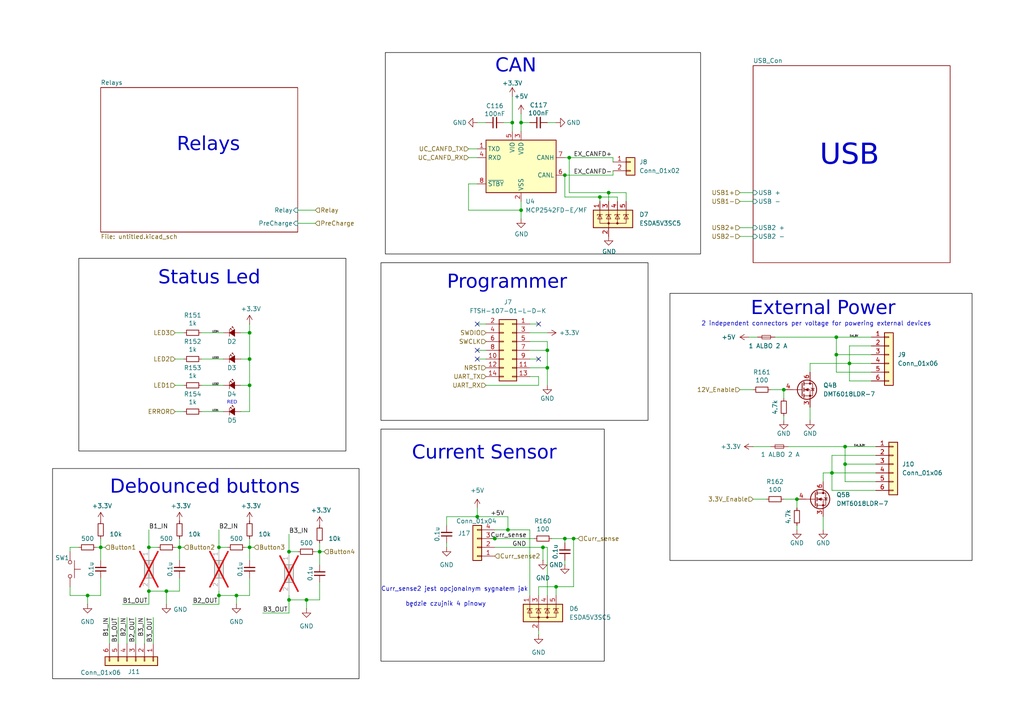
<source format=kicad_sch>
(kicad_sch (version 20231120) (generator "eeschema") (generator_version "8.0")
  (paper "A4")
  (junction (at 242.57 97.79))
  (junction (at 157.48 158.75))
  (junction (at 151.13 35.56))
  (junction (at 158.75 101.6))
  (junction (at 72.39 158.75))
  (junction (at 245.11 129.54))
  (junction (at 158.75 106.68))
  (junction (at 163.83 156.21))
  (junction (at 43.18 171.45))
  (junction (at 176.53 55.88))
  (junction (at 68.58 172.72))
  (junction (at 227.33 113.03))
  (junction (at 241.3 137.16))
  (junction (at 72.39 111.76))
  (junction (at 143.51 156.21))
  (junction (at 163.83 50.8))
  (junction (at 88.9 173.99))
  (junction (at 43.18 158.75))
  (junction (at 72.39 96.52))
  (junction (at 148.59 35.56))
  (junction (at 173.99 57.15))
  (junction (at 63.5 172.72))
  (junction (at 151.13 60.96))
  (junction (at 83.82 173.99))
  (junction (at 231.14 144.78))
  (junction (at 83.82 160.02))
  (junction (at 63.5 158.75))
  (junction (at 72.39 104.14))
  (junction (at 147.32 153.67))
  (junction (at 92.71 160.02))
  (junction (at 29.21 158.75))
  (junction (at 242.57 102.87))
  (junction (at 161.29 170.18))
  (junction (at 48.26 171.45))
  (junction (at 138.43 149.86))
  (junction (at 166.37 156.21))
  (junction (at 52.07 158.75))
  (junction (at 245.11 134.62))
  (junction (at 25.4 172.72))
  (junction (at 246.38 105.41))
  (junction (at 165.1 45.72))
  (no_connect (at 138.43 104.14))
  (no_connect (at 138.43 93.98))
  (no_connect (at 138.43 101.6))
  (no_connect (at 156.21 93.98))
  (no_connect (at 156.21 104.14))
  (wire (pts (xy 138.43 35.56) (xy 140.97 35.56)))
  (wire (pts (xy 72.39 167.64) (xy 72.39 172.72)))
  (wire (pts (xy 50.8 104.14) (xy 53.34 104.14)))
  (wire (pts (xy 91.44 160.02) (xy 92.71 160.02)))
  (wire (pts (xy 218.44 144.78) (xy 222.25 144.78)))
  (wire (pts (xy 166.37 170.18) (xy 166.37 156.21)))
  (wire (pts (xy 151.13 58.42) (xy 151.13 60.96)))
  (wire (pts (xy 22.86 158.75) (xy 20.32 158.75)))
  (wire (pts (xy 158.75 96.52) (xy 153.67 96.52)))
  (wire (pts (xy 68.58 172.72) (xy 63.5 172.72)))
  (wire (pts (xy 143.51 153.67) (xy 147.32 153.67)))
  (wire (pts (xy 151.13 60.96) (xy 135.89 60.96)))
  (wire (pts (xy 246.38 105.41) (xy 252.73 105.41)))
  (wire (pts (xy 72.39 96.52) (xy 72.39 104.14)))
  (wire (pts (xy 163.83 57.15) (xy 163.83 50.8)))
  (wire (pts (xy 31.75 179.07) (xy 31.75 186.69)))
  (wire (pts (xy 71.12 158.75) (xy 72.39 158.75)))
  (wire (pts (xy 135.89 60.96) (xy 135.89 53.34)))
  (wire (pts (xy 135.89 53.34) (xy 138.43 53.34)))
  (wire (pts (xy 63.5 175.26) (xy 63.5 172.72)))
  (wire (pts (xy 245.11 139.7) (xy 254 139.7)))
  (wire (pts (xy 153.67 35.56) (xy 151.13 35.56)))
  (wire (pts (xy 157.48 162.56) (xy 157.48 158.75)))
  (wire (pts (xy 86.36 64.77) (xy 91.44 64.77)))
  (wire (pts (xy 151.13 35.56) (xy 151.13 38.1)))
  (wire (pts (xy 181.61 55.88) (xy 176.53 55.88)))
  (wire (pts (xy 153.67 153.67) (xy 147.32 153.67)))
  (wire (pts (xy 156.21 182.88) (xy 156.21 184.15)))
  (wire (pts (xy 148.59 27.94) (xy 148.59 35.56)))
  (wire (pts (xy 153.67 172.72) (xy 153.67 153.67)))
  (wire (pts (xy 228.6 129.54) (xy 245.11 129.54)))
  (wire (pts (xy 227.33 121.92) (xy 227.33 120.65)))
  (wire (pts (xy 234.95 118.11) (xy 234.95 121.92)))
  (wire (pts (xy 64.77 119.38) (xy 58.42 119.38)))
  (wire (pts (xy 25.4 172.72) (xy 20.32 172.72)))
  (wire (pts (xy 73.66 158.75) (xy 72.39 158.75)))
  (wire (pts (xy 29.21 156.21) (xy 29.21 158.75)))
  (wire (pts (xy 48.26 171.45) (xy 43.18 171.45)))
  (wire (pts (xy 92.71 157.48) (xy 92.71 160.02)))
  (wire (pts (xy 29.21 158.75) (xy 29.21 162.56)))
  (wire (pts (xy 53.34 158.75) (xy 52.07 158.75)))
  (wire (pts (xy 245.11 129.54) (xy 254 129.54)))
  (wire (pts (xy 20.32 172.72) (xy 20.32 170.18)))
  (wire (pts (xy 245.11 134.62) (xy 254 134.62)))
  (wire (pts (xy 242.57 102.87) (xy 252.73 102.87)))
  (wire (pts (xy 241.3 137.16) (xy 241.3 142.24)))
  (wire (pts (xy 92.71 168.91) (xy 92.71 173.99)))
  (wire (pts (xy 161.29 170.18) (xy 166.37 170.18)))
  (wire (pts (xy 140.97 101.6) (xy 138.43 101.6)))
  (wire (pts (xy 43.18 175.26) (xy 43.18 171.45)))
  (wire (pts (xy 140.97 93.98) (xy 138.43 93.98)))
  (wire (pts (xy 163.83 162.56) (xy 163.83 163.83)))
  (wire (pts (xy 43.18 158.75) (xy 45.72 158.75)))
  (wire (pts (xy 238.76 149.86) (xy 238.76 153.67)))
  (wire (pts (xy 176.53 58.42) (xy 176.53 55.88)))
  (wire (pts (xy 83.82 154.94) (xy 83.82 160.02)))
  (wire (pts (xy 177.8 49.53) (xy 177.8 50.8)))
  (wire (pts (xy 158.75 172.72) (xy 158.75 158.75)))
  (wire (pts (xy 231.14 153.67) (xy 231.14 152.4)))
  (wire (pts (xy 223.52 113.03) (xy 227.33 113.03)))
  (wire (pts (xy 242.57 97.79) (xy 242.57 102.87)))
  (wire (pts (xy 234.95 105.41) (xy 234.95 107.95)))
  (wire (pts (xy 20.32 158.75) (xy 20.32 160.02)))
  (wire (pts (xy 156.21 111.76) (xy 156.21 109.22)))
  (wire (pts (xy 50.8 158.75) (xy 52.07 158.75)))
  (wire (pts (xy 64.77 111.76) (xy 58.42 111.76)))
  (wire (pts (xy 135.89 45.72) (xy 138.43 45.72)))
  (wire (pts (xy 138.43 43.18) (xy 135.89 43.18)))
  (wire (pts (xy 92.71 173.99) (xy 88.9 173.99)))
  (wire (pts (xy 50.8 119.38) (xy 53.34 119.38)))
  (wire (pts (xy 146.05 35.56) (xy 148.59 35.56)))
  (wire (pts (xy 129.54 157.48) (xy 129.54 158.75)))
  (wire (pts (xy 147.32 149.86) (xy 138.43 149.86)))
  (wire (pts (xy 52.07 158.75) (xy 52.07 162.56)))
  (wire (pts (xy 153.67 101.6) (xy 158.75 101.6)))
  (wire (pts (xy 69.85 111.76) (xy 72.39 111.76)))
  (wire (pts (xy 29.21 167.64) (xy 29.21 172.72)))
  (wire (pts (xy 142.24 156.21) (xy 143.51 156.21)))
  (wire (pts (xy 138.43 147.32) (xy 138.43 149.86)))
  (wire (pts (xy 50.8 96.52) (xy 53.34 96.52)))
  (wire (pts (xy 214.63 113.03) (xy 218.44 113.03)))
  (wire (pts (xy 177.8 45.72) (xy 177.8 46.99)))
  (wire (pts (xy 181.61 58.42) (xy 181.61 55.88)))
  (wire (pts (xy 143.51 156.21) (xy 154.94 156.21)))
  (wire (pts (xy 30.48 158.75) (xy 29.21 158.75)))
  (wire (pts (xy 151.13 33.02) (xy 151.13 35.56)))
  (wire (pts (xy 129.54 149.86) (xy 129.54 152.4)))
  (wire (pts (xy 173.99 58.42) (xy 173.99 57.15)))
  (wire (pts (xy 156.21 104.14) (xy 153.67 104.14)))
  (wire (pts (xy 34.29 179.07) (xy 34.29 186.69)))
  (wire (pts (xy 63.5 153.67) (xy 63.5 158.75)))
  (wire (pts (xy 147.32 153.67) (xy 147.32 149.86)))
  (wire (pts (xy 140.97 104.14) (xy 138.43 104.14)))
  (wire (pts (xy 246.38 100.33) (xy 246.38 105.41)))
  (wire (pts (xy 254 142.24) (xy 241.3 142.24)))
  (wire (pts (xy 218.44 129.54) (xy 223.52 129.54)))
  (wire (pts (xy 140.97 111.76) (xy 156.21 111.76)))
  (wire (pts (xy 158.75 35.56) (xy 161.29 35.56)))
  (wire (pts (xy 72.39 104.14) (xy 72.39 111.76)))
  (wire (pts (xy 143.51 158.75) (xy 157.48 158.75)))
  (wire (pts (xy 241.3 132.08) (xy 241.3 137.16)))
  (wire (pts (xy 158.75 99.06) (xy 158.75 101.6)))
  (wire (pts (xy 161.29 172.72) (xy 161.29 170.18)))
  (wire (pts (xy 68.58 175.26) (xy 68.58 172.72)))
  (wire (pts (xy 163.83 45.72) (xy 165.1 45.72)))
  (wire (pts (xy 93.98 160.02) (xy 92.71 160.02)))
  (wire (pts (xy 156.21 170.18) (xy 161.29 170.18)))
  (wire (pts (xy 158.75 106.68) (xy 158.75 111.76)))
  (wire (pts (xy 27.94 158.75) (xy 29.21 158.75)))
  (wire (pts (xy 214.63 68.58) (xy 218.44 68.58)))
  (wire (pts (xy 69.85 96.52) (xy 72.39 96.52)))
  (wire (pts (xy 76.2 177.8) (xy 83.82 177.8)))
  (wire (pts (xy 246.38 100.33) (xy 252.73 100.33)))
  (wire (pts (xy 245.11 134.62) (xy 245.11 129.54)))
  (wire (pts (xy 66.04 158.75) (xy 63.5 158.75)))
  (wire (pts (xy 72.39 111.76) (xy 72.39 119.38)))
  (wire (pts (xy 92.71 160.02) (xy 92.71 163.83)))
  (wire (pts (xy 55.88 175.26) (xy 63.5 175.26)))
  (wire (pts (xy 163.83 50.8) (xy 177.8 50.8)))
  (wire (pts (xy 231.14 144.78) (xy 231.14 147.32)))
  (wire (pts (xy 227.33 144.78) (xy 231.14 144.78)))
  (wire (pts (xy 246.38 110.49) (xy 246.38 105.41)))
  (wire (pts (xy 83.82 177.8) (xy 83.82 173.99)))
  (wire (pts (xy 88.9 176.53) (xy 88.9 173.99)))
  (wire (pts (xy 241.3 137.16) (xy 254 137.16)))
  (wire (pts (xy 163.83 156.21) (xy 166.37 156.21)))
  (wire (pts (xy 52.07 167.64) (xy 52.07 171.45)))
  (wire (pts (xy 179.07 57.15) (xy 173.99 57.15)))
  (wire (pts (xy 242.57 107.95) (xy 242.57 102.87)))
  (wire (pts (xy 50.8 111.76) (xy 53.34 111.76)))
  (wire (pts (xy 217.17 97.79) (xy 219.71 97.79)))
  (wire (pts (xy 241.3 137.16) (xy 238.76 137.16)))
  (wire (pts (xy 69.85 119.38) (xy 72.39 119.38)))
  (wire (pts (xy 227.33 113.03) (xy 227.33 115.57)))
  (wire (pts (xy 153.67 106.68) (xy 158.75 106.68)))
  (wire (pts (xy 36.83 179.07) (xy 36.83 186.69)))
  (wire (pts (xy 72.39 172.72) (xy 68.58 172.72)))
  (wire (pts (xy 72.39 156.21) (xy 72.39 158.75)))
  (wire (pts (xy 214.63 58.42) (xy 218.44 58.42)))
  (wire (pts (xy 86.36 60.96) (xy 91.44 60.96)))
  (wire (pts (xy 245.11 134.62) (xy 245.11 139.7)))
  (wire (pts (xy 163.83 156.21) (xy 160.02 156.21)))
  (wire (pts (xy 63.5 171.45) (xy 63.5 172.72)))
  (wire (pts (xy 242.57 97.79) (xy 252.73 97.79)))
  (wire (pts (xy 165.1 45.72) (xy 177.8 45.72)))
  (wire (pts (xy 25.4 175.26) (xy 25.4 172.72)))
  (wire (pts (xy 165.1 55.88) (xy 165.1 45.72)))
  (wire (pts (xy 72.39 158.75) (xy 72.39 162.56)))
  (wire (pts (xy 176.53 55.88) (xy 165.1 55.88)))
  (wire (pts (xy 83.82 172.72) (xy 83.82 173.99)))
  (wire (pts (xy 39.37 179.07) (xy 39.37 186.69)))
  (wire (pts (xy 241.3 132.08) (xy 254 132.08)))
  (wire (pts (xy 156.21 170.18) (xy 156.21 172.72)))
  (wire (pts (xy 238.76 137.16) (xy 238.76 139.7)))
  (wire (pts (xy 52.07 171.45) (xy 48.26 171.45)))
  (wire (pts (xy 72.39 93.98) (xy 72.39 96.52)))
  (wire (pts (xy 29.21 172.72) (xy 25.4 172.72)))
  (wire (pts (xy 35.56 175.26) (xy 43.18 175.26)))
  (wire (pts (xy 43.18 153.67) (xy 43.18 158.75)))
  (wire (pts (xy 158.75 101.6) (xy 158.75 106.68)))
  (wire (pts (xy 173.99 57.15) (xy 163.83 57.15)))
  (wire (pts (xy 246.38 105.41) (xy 234.95 105.41)))
  (wire (pts (xy 151.13 60.96) (xy 151.13 63.5)))
  (wire (pts (xy 153.67 99.06) (xy 158.75 99.06)))
  (wire (pts (xy 129.54 149.86) (xy 138.43 149.86)))
  (wire (pts (xy 252.73 107.95) (xy 242.57 107.95)))
  (wire (pts (xy 252.73 110.49) (xy 246.38 110.49)))
  (wire (pts (xy 41.91 179.07) (xy 41.91 186.69)))
  (wire (pts (xy 86.36 160.02) (xy 83.82 160.02)))
  (wire (pts (xy 58.42 96.52) (xy 64.77 96.52)))
  (wire (pts (xy 163.83 157.48) (xy 163.83 156.21)))
  (wire (pts (xy 179.07 58.42) (xy 179.07 57.15)))
  (wire (pts (xy 52.07 156.21) (xy 52.07 158.75)))
  (wire (pts (xy 214.63 66.04) (xy 218.44 66.04)))
  (wire (pts (xy 44.45 179.07) (xy 44.45 186.69)))
  (wire (pts (xy 214.63 55.88) (xy 218.44 55.88)))
  (wire (pts (xy 48.26 171.45) (xy 48.26 175.26)))
  (wire (pts (xy 157.48 158.75) (xy 158.75 158.75)))
  (wire (pts (xy 69.85 104.14) (xy 72.39 104.14)))
  (wire (pts (xy 148.59 35.56) (xy 148.59 38.1)))
  (wire (pts (xy 156.21 93.98) (xy 153.67 93.98)))
  (wire (pts (xy 88.9 173.99) (xy 83.82 173.99)))
  (wire (pts (xy 156.21 109.22) (xy 153.67 109.22)))
  (wire (pts (xy 64.77 104.14) (xy 58.42 104.14)))
  (wire (pts (xy 224.79 97.79) (xy 242.57 97.79)))
  (wire (pts (xy 166.37 156.21) (xy 167.64 156.21)))
  (rectangle (start 110.49 76.2) (end 187.96 121.92) (stroke (width 0) (color 0 0 0 1)))
  (rectangle (start 111.76 15.24) (end 203.2 73.66) (stroke (width 0) (color 0 0 0 1)))
  (rectangle (start 194.31 85.09) (end 281.94 162.56) (stroke (width 0) (color 0 0 0 1)))
  (rectangle (start 15.24 135.89) (end 104.14 196.85) (stroke (width 0) (color 0 0 0 1)))
  (rectangle (start 110.49 124.46) (end 175.26 191.77) (stroke (width 0) (color 0 0 0 1)))
  (rectangle (start 22.86 74.93) (end 100.33 130.81) (stroke (width 0) (color 0 0 0 1)))
  (text "USB\n\n" (at 246.38 51.816 0) (effects (font (size 6 6))))
  (text "będzie czujnik 4 pinowy\n" (at 129.286 175.26 0) (effects (font (size 1.27 1.27))))
  (text "Curr_sense2 jest opcjonalnym sygnałem jak \n" (at 132.334 170.942 0) (effects (font (size 1.27 1.27))))
  (text "Relays\n\n" (at 60.452 46.482 0) (effects (font (size 4 4))))
  (text "2 independent connectors per voltage for powering external devices " (at 237.236 93.98 0) (effects (font (size 1.27 1.27))))
  (text "External Power\n" (at 238.76 90.678 0) (effects (font (size 4 4))))
  (text "Current Sensor\n" (at 140.462 132.588 0) (effects (font (size 4 4))))
  (text "Debounced buttons\n" (at 59.436 142.494 0) (effects (font (size 4 4))))
  (text "Status Led\n" (at 60.706 81.788 0) (effects (font (size 4 4))))
  (text "RED" (at 67.31 117.094 0) (effects (font (size 1 1))))
  (text "CAN\n" (at 149.606 20.32 0) (effects (font (size 4 4))))
  (text "Programmer\n" (at 147.066 83.058 0) (effects (font (size 4 4))))
  (label "B1_IN" (at 31.75 179.07 270))
  (label "LED4" (at 63.5 96.52 180) (effects (font (size 0.508 0.508))))
  (label "B1_IN" (at 43.18 153.67 0))
  (label "LED2" (at 63.5 111.76 180) (effects (font (size 0.508 0.508))))
  (label "B3_OUT" (at 44.45 179.07 270))
  (label "B2_OUT" (at 39.37 179.07 270))
  (label "B2_IN" (at 36.83 179.07 270))
  (label "B3_IN" (at 41.91 179.07 270))
  (label "Ext_5V" (at 246.38 97.79 0) (effects (font (size 0.5 0.5))))
  (label "B1_OUT" (at 34.29 179.07 270))
  (label "B3_OUT" (at 76.2 177.8 0))
  (label "Curr_sense" (at 142.24 156.21 0))
  (label "+5V" (at 142.24 149.86 0))
  (label "EX_CANFD+" (at 166.37 45.72 0))
  (label "Ext_3.3V" (at 247.65 129.54 0) (effects (font (size 0.5 0.5))))
  (label "B1_OUT" (at 35.56 175.26 0))
  (label "GND" (at 148.59 158.75 0))
  (label "B2_IN" (at 63.5 153.67 0))
  (label "EX_CANFD-" (at 166.37 50.8 0))
  (label "LED3" (at 63.5 104.14 180) (effects (font (size 0.508 0.508))))
  (label "LED1" (at 63.5 119.38 180) (effects (font (size 0.508 0.508))))
  (label "B2_OUT" (at 55.88 175.26 0))
  (label "B3_IN" (at 83.82 154.94 0))
  (hierarchical_label "Button1" (shape input) (at 30.48 158.75 0))
  (hierarchical_label "UART_RX" (shape input) (at 140.97 111.76 180))
  (hierarchical_label "Button3" (shape input) (at 73.66 158.75 0))
  (hierarchical_label "LED1" (shape input) (at 50.8 111.76 180))
  (hierarchical_label "LED2" (shape input) (at 50.8 104.14 180))
  (hierarchical_label "SWDIO" (shape input) (at 140.97 96.52 180))
  (hierarchical_label "SWCLK" (shape input) (at 140.97 99.06 180))
  (hierarchical_label "USB1-" (shape input) (at 214.63 58.42 180))
  (hierarchical_label "PreCharge" (shape input) (at 91.44 64.77 0))
  (hierarchical_label "12V_Enable" (shape input) (at 214.63 113.03 180))
  (hierarchical_label "UC_CANFD_RX" (shape input) (at 135.89 45.72 180))
  (hierarchical_label "UC_CANFD_TX" (shape input) (at 135.89 43.18 180))
  (hierarchical_label "Button2" (shape input) (at 53.34 158.75 0))
  (hierarchical_label "USB2-" (shape input) (at 214.63 68.58 180))
  (hierarchical_label "ERROR" (shape input) (at 50.8 119.38 180))
  (hierarchical_label "Relay" (shape input) (at 91.44 60.96 0))
  (hierarchical_label "NRST" (shape input) (at 140.97 106.68 180))
  (hierarchical_label "Curr_sense2" (shape input) (at 143.51 161.29 0))
  (hierarchical_label "Button4" (shape input) (at 93.98 160.02 0))
  (hierarchical_label "LED3" (shape input) (at 50.8 96.52 180))
  (hierarchical_label "USB2+" (shape input) (at 214.63 66.04 180))
  (hierarchical_label "3.3V_Enable" (shape input) (at 218.44 144.78 180))
  (hierarchical_label "UART_TX" (shape input) (at 140.97 109.22 180))
  (hierarchical_label "Curr_sense" (shape input) (at 167.64 156.21 0))
  (hierarchical_label "USB1+" (shape input) (at 214.63 55.88 180))
  (symbol (lib_name "GND_7") (lib_id "power:GND") (at 151.13 63.5 0) (unit 1)
    (property "Reference" "#PWR0112" (effects (hide yes)))
    (property "Value" "GND" (at 151.257 67.8942 0))
  )
  (symbol (lib_id "power:GND") (at 157.48 162.56 0) (unit 1)
    (property "Reference" "#PWR0109" (effects (hide yes)))
    (property "Value" "GND" (at 157.48 167.64 0))
    (property "Description" "Power symbol creates a global label with name \"GND\" , ground" (effects (hide yes)))
  )
  (symbol (lib_name "Conn_01x02_2") (lib_id "Connector_Generic:Conn_01x02") (at 83.82 165.1 0) (unit 1) (exclude_from_sim yes) (in_bom no) (on_board no) (dnp yes)
    (property "Reference" "J4" (effects (hide yes)))
    (property "Value" "Conn_01x02" (effects (hide yes)))
    (property "Description" "Generic connector, single row, 01x02, script generated (kicad-library-utils/schlib/autogen/connector/)" (effects (hide yes)))
  )
  (symbol (lib_id "Device:R_Small") (at 55.88 104.14 90) (mirror x) (unit 1)
    (property "Reference" "R152" (at 55.88 99.06 90))
    (property "Value" "1k" (at 55.88 101.3714 90))
    (property "Footprint" "Resistor_SMD:R_0603_1608Metric" (effects (hide yes)))
    (property "Datasheet" "https://www.mouser.pl/ProductDetail/Vishay-Dale/CRCW06031K00FKED?qs=sGAEpiMZZMvdGkrng054twKDKoBh%252BscnXZq73fPCFFuOJhiFMQpfiQ%3D%3D" (effects (hide yes)))
    (property "Manufacturer_Name" "--" (effects (hide yes)))
    (property "Manufacturer_Part_Number" "--" (effects (hide yes)))
    (property "Mouser Part Number" "--" (effects (hide yes)))
  )
  (symbol (lib_id "Device:C_Small") (at 143.51 35.56 90) (unit 1)
    (property "Reference" "C116" (at 143.51 30.7086 90))
    (property "Value" "100nF" (at 143.51 33.02 90))
    (property "Footprint" "Capacitor_SMD:C_0603_1608Metric" (effects (hide yes)))
    (property "Manufacturer_Name" "--" (effects (hide yes)))
    (property "Manufacturer_Part_Number" "--" (effects (hide yes)))
    (property "Mouser Price/Stock" "https://www.mouser.pl/ProductDetail/KEMET/C0603C104J3RACTU?qs=EHsFn6hSx4W0Oy0I8JUofQ%3D%3D" (effects (hide yes)))
    (property "Mouser Part Number" "--" (effects (hide yes)))
  )
  (symbol (lib_id "Connector_Generic:Conn_01x04") (at 138.43 158.75 180) (unit 1)
    (property "Reference" "J17" (at 134.62 154.686 0))
    (property "Value" "Conn_01x04" (at 138.176 151.13 0))
    (property "Footprint" "footrpint:HARWIN_M80-5100442" (effects (hide yes)))
    (property "Description" "Generic connector, single row, 01x04, script generated (kicad-library-utils/schlib/autogen/connector/)" (effects (hide yes)))
  )
  (symbol (lib_id "Device:C_Small") (at 52.07 165.1 180) (unit 1)
    (property "Reference" "C111" (effects (hide yes)))
    (property "Value" "0.1u" (at 49.3014 165.1 90))
    (property "Footprint" "Capacitor_SMD:C_0603_1608Metric" (effects (hide yes)))
    (property "Datasheet" "https://www.mouser.pl/ProductDetail/TAIYO-YUDEN/MAJCU168BB7104KTEA01?qs=ZcfC38r4PovJ4zMRJqa98Q%3D%3D" (effects (hide yes)))
    (property "Manufacturer_Name" "--" (effects (hide yes)))
    (property "Manufacturer_Part_Number" "--" (effects (hide yes)))
    (property "Mouser Price/Stock" "https://www.mouser.pl/ProductDetail/KEMET/C0603C104J3RACTU?qs=EHsFn6hSx4W0Oy0I8JUofQ%3D%3D" (effects (hide yes)))
    (property "Mouser Part Number" "--" (effects (hide yes)))
  )
  (symbol (lib_id "Device:LED_Small_ALT") (at 67.31 96.52 0) (unit 1)
    (property "Reference" "D2" (at 68.58 99.06 0) (effects (justify right)))
    (property "Value" "LED" (effects (hide yes)))
    (property "Footprint" "LED_SMD:LED_0603_1608Metric" (effects (hide yes)))
    (property "Datasheet" "https://www.mouser.pl/ProductDetail/Broadcom-Avago/HSME-C130?qs=n4g2KH%252BlcmRcXdPfdNwETQ%3D%3D" (effects (hide yes)))
    (property "Manufacturer_Name" "--" (effects (hide yes)))
    (property "Manufacturer_Part_Number" "--" (effects (hide yes)))
    (property "Mouser Part Number" "--" (effects (hide yes)))
  )
  (symbol (lib_id "Device:C_Small") (at 163.83 160.02 180) (unit 1)
    (property "Reference" "C118" (effects (hide yes)))
    (property "Value" "0.1u" (at 161.0614 160.02 90))
    (property "Footprint" "Capacitor_SMD:C_0603_1608Metric" (effects (hide yes)))
    (property "Datasheet" "https://www.mouser.pl/ProductDetail/TAIYO-YUDEN/MAJCU168BB7104KTEA01?qs=ZcfC38r4PovJ4zMRJqa98Q%3D%3D" (effects (hide yes)))
    (property "Manufacturer_Name" "--" (effects (hide yes)))
    (property "Manufacturer_Part_Number" "--" (effects (hide yes)))
    (property "Mouser Price/Stock" "https://www.mouser.pl/ProductDetail/KEMET/C0603C104J3RACTU?qs=EHsFn6hSx4W0Oy0I8JUofQ%3D%3D" (effects (hide yes)))
    (property "Mouser Part Number" "--" (effects (hide yes)))
  )
  (symbol (lib_id "Device:R_Small") (at 48.26 158.75 90) (unit 1)
    (property "Reference" "R149" (effects (hide yes)))
    (property "Value" "500" (at 48.26 156.21 90))
    (property "Footprint" "Resistor_SMD:R_0603_1608Metric_Pad0.98x0.95mm_HandSolder" (effects (hide yes)))
    (property "Datasheet" "https://www.mouser.pl/ProductDetail/YAGEO/RT0603BRC07500RL?qs=sGAEpiMZZMvdGkrng054t7z4BkURc4Lz3BPkDqlmdkpoMEE6N%2FFiLA%3D%3D" (effects (hide yes)))
    (property "Description" "Resistor, small symbol" (effects (hide yes)))
  )
  (symbol (lib_id "power:GND") (at 163.83 163.83 0) (unit 1)
    (property "Reference" "#PWR0117" (effects (hide yes)))
    (property "Value" "GND" (at 161.29 163.83 0))
    (property "Description" "Power symbol creates a global label with name \"GND\" , ground" (effects (hide yes)))
  )
  (symbol (lib_id "Samacsys_kicad_sym:FTSH-107-01-L-D-K") (at 147.32 101.6 0) (mirror y) (unit 1)
    (property "Reference" "J7" (at 147.32 87.63 0))
    (property "Value" "FTSH-107-01-L-D-K" (at 147.32 90.17 0))
    (property "Footprint" "Samacsys:FTSH-107-XX-YYY-D-K" (effects (hide yes)))
    (property "Datasheet" "http://suddendocs.samtec.com/prints/ftsh-1xx-xx-xxx-d-xxx-xx-mkt.pdf" (effects (hide yes)))
    (property "Description" "14 Position, High Reliability Header Strips, 0.050&quot; pitch" (effects (hide yes)))
    (property "Mouser Part Number" "200-FTSH10701LDK" (effects (hide yes)))
    (property "Mouser Price/Stock" "https://www.mouser.co.uk/ProductDetail/Samtec/FTSH-107-01-L-D-K?qs=%252BZP6%2F%252BtExtDf9U3LcTl7MA%3D%3D" (effects (hide yes)))
    (property "Manufacturer_Name" "SAMTEC" (effects (hide yes)))
    (property "Manufacturer_Part_Number" "FTSH-107-01-L-D-K" (effects (hide yes)))
  )
  (symbol (lib_id "Device:C_Small") (at 72.39 165.1 180) (unit 1)
    (property "Reference" "C112" (effects (hide yes)))
    (property "Value" "0.1u" (at 69.6214 165.1 90))
    (property "Footprint" "Capacitor_SMD:C_0603_1608Metric" (effects (hide yes)))
    (property "Datasheet" "https://www.mouser.pl/ProductDetail/TAIYO-YUDEN/MAJCU168BB7104KTEA01?qs=ZcfC38r4PovJ4zMRJqa98Q%3D%3D" (effects (hide yes)))
    (property "Manufacturer_Name" "--" (effects (hide yes)))
    (property "Manufacturer_Part_Number" "--" (effects (hide yes)))
    (property "Mouser Price/Stock" "https://www.mouser.pl/ProductDetail/KEMET/C0603C104J3RACTU?qs=EHsFn6hSx4W0Oy0I8JUofQ%3D%3D" (effects (hide yes)))
    (property "Mouser Part Number" "--" (effects (hide yes)))
  )
  (symbol (lib_id "Device:C_Small") (at 129.54 154.94 180) (unit 1)
    (property "Reference" "C115" (effects (hide yes)))
    (property "Value" "0.1u" (at 126.7714 154.94 90))
    (property "Footprint" "Capacitor_SMD:C_0603_1608Metric" (effects (hide yes)))
    (property "Datasheet" "https://www.mouser.pl/ProductDetail/TAIYO-YUDEN/MAJCU168BB7104KTEA01?qs=ZcfC38r4PovJ4zMRJqa98Q%3D%3D" (effects (hide yes)))
    (property "Manufacturer_Name" "--" (effects (hide yes)))
    (property "Manufacturer_Part_Number" "--" (effects (hide yes)))
    (property "Mouser Price/Stock" "https://www.mouser.pl/ProductDetail/KEMET/C0603C104J3RACTU?qs=EHsFn6hSx4W0Oy0I8JUofQ%3D%3D" (effects (hide yes)))
    (property "Mouser Part Number" "--" (effects (hide yes)))
  )
  (symbol (lib_id "Device:C_Small") (at 29.21 165.1 180) (unit 1)
    (property "Reference" "C110" (effects (hide yes)))
    (property "Value" "0.1u" (at 26.4414 165.1 90))
    (property "Footprint" "Capacitor_SMD:C_0603_1608Metric" (effects (hide yes)))
    (property "Datasheet" "https://www.mouser.pl/ProductDetail/TAIYO-YUDEN/MAJCU168BB7104KTEA01?qs=ZcfC38r4PovJ4zMRJqa98Q%3D%3D" (effects (hide yes)))
    (property "Manufacturer_Name" "--" (effects (hide yes)))
    (property "Manufacturer_Part_Number" "--" (effects (hide yes)))
    (property "Mouser Price/Stock" "https://www.mouser.pl/ProductDetail/KEMET/C0603C104J3RACTU?qs=EHsFn6hSx4W0Oy0I8JUofQ%3D%3D" (effects (hide yes)))
    (property "Mouser Part Number" "--" (effects (hide yes)))
  )
  (symbol (lib_id "Device:R_Small") (at 29.21 153.67 0) (unit 1)
    (property "Reference" "R146" (effects (hide yes)))
    (property "Value" "10k" (at 31.75 154.9399 0) (effects (justify left)))
    (property "Footprint" "Resistor_SMD:R_0603_1608Metric_Pad0.98x0.95mm_HandSolder" (effects (hide yes)))
    (property "Datasheet" "https://www.mouser.pl/ProductDetail/Vishay-Dale/CRCW060310K0FKEI?qs=sGAEpiMZZMvdGkrng054t8tsKUCh5%2FbYoR58PzIQdJA%3D" (effects (hide yes)))
    (property "Description" "Resistor, small symbol" (effects (hide yes)))
  )
  (symbol (lib_id "Device:R_Small") (at 25.4 158.75 90) (unit 1)
    (property "Reference" "R145" (effects (hide yes)))
    (property "Value" "500" (at 25.4 156.21 90))
    (property "Footprint" "Resistor_SMD:R_0603_1608Metric_Pad0.98x0.95mm_HandSolder" (effects (hide yes)))
    (property "Datasheet" "https://www.mouser.pl/ProductDetail/YAGEO/RT0603BRC07500RL?qs=sGAEpiMZZMvdGkrng054t7z4BkURc4Lz3BPkDqlmdkpoMEE6N%2FFiLA%3D%3D" (effects (hide yes)))
    (property "Description" "Resistor, small symbol" (effects (hide yes)))
  )
  (symbol (lib_name "GND_28") (lib_id "power:GND") (at 234.95 121.92 0) (mirror y) (unit 1)
    (property "Reference" "#PWR0123" (effects (hide yes)))
    (property "Value" "GND" (at 234.95 125.73 0))
  )
  (symbol (lib_id "Device:R_Small") (at 92.71 154.94 0) (unit 1)
    (property "Reference" "R159" (effects (hide yes)))
    (property "Value" "10k" (at 95.25 156.2099 0) (effects (justify left)))
    (property "Footprint" "Resistor_SMD:R_0603_1608Metric_Pad0.98x0.95mm_HandSolder" (effects (hide yes)))
    (property "Datasheet" "https://www.mouser.pl/ProductDetail/Vishay-Dale/CRCW060310K0FKEI?qs=sGAEpiMZZMvdGkrng054t8tsKUCh5%2FbYoR58PzIQdJA%3D" (effects (hide yes)))
    (property "Description" "Resistor, small symbol" (effects (hide yes)))
  )
  (symbol (lib_id "Device:Fuse_Small") (at 222.25 97.79 0) (unit 1)
    (property "Reference" "F1" (effects (hide yes)))
    (property "Value" "1 ALBO 2 A" (at 222.758 100.33 0))
    (property "Footprint" "Resistor_SMD:R_0402_1005Metric_Pad0.72x0.64mm_HandSolder" (effects (hide yes)))
    (property "Datasheet" "https://www.mouser.pl/ProductDetail/Kamaya/FMC10202ABTH?qs=JZJGM%252BYuqVpFr7Ei0wCdbQ%3D%3D" (effects (hide yes)))
    (property "Description" "Fuse, small symbol" (effects (hide yes)))
  )
  (symbol (lib_name "GND_28") (lib_id "power:GND") (at 231.14 153.67 0) (mirror y) (unit 1)
    (property "Reference" "#PWR0122" (effects (hide yes)))
    (property "Value" "GND" (at 231.14 157.48 0))
  )
  (symbol (lib_name "+5V_1") (lib_id "power:+5V") (at 138.43 147.32 0) (unit 1)
    (property "Reference" "#PWR0108" (effects (hide yes)))
    (property "Value" "+5V" (at 138.43 142.24 0))
    (property "Description" "Power symbol creates a global label with name \"+5V\"" (effects (hide yes)))
  )
  (symbol (lib_id "Samacsys_kicad_sym:DMT6018LDR-7") (at 238.76 144.78 0) (unit 2)
    (property "Reference" "Q5" (at 242.57 143.5099 0) (effects (justify left)))
    (property "Value" "DMT6018LDR-7" (at 242.57 146.0499 0) (effects (justify left)))
    (property "Footprint" "Samacsys:DMT6018LDR7" (effects (hide yes)))
    (property "Datasheet" "https://www.diodes.com/assets/Datasheets/DMT6018LDR.pdf" (effects (hide yes)))
    (property "Description" "DIODES INC. - DMT6018LDR-7 - Dual MOSFET, N Channel, 60 V, 60 V, 8.8 A, 8.8 A, 0.013 ohm" (effects (hide yes)))
    (property "Height" "0.85" (effects (hide yes)))
    (property "Mouser Part Number" "621-DMT6018LDR-7" (effects (hide yes)))
    (property "Mouser Price/Stock" "https://www.mouser.co.uk/ProductDetail/Diodes-Incorporated/DMT6018LDR-7?qs=4EhzHfbM1GhfDx1FS0oSLQ%3D%3D" (effects (hide yes)))
    (property "Manufacturer_Name" "Diodes Incorporated" (effects (hide yes)))
    (property "Manufacturer_Part_Number" "DMT6018LDR-7" (effects (hide yes)))
  )
  (symbol (lib_name "Conn_01x02_2") (lib_id "Connector_Generic:Conn_01x02") (at 63.5 163.83 0) (unit 1) (exclude_from_sim yes) (in_bom no) (on_board no) (dnp yes)
    (property "Reference" "J3" (effects (hide yes)))
    (property "Value" "Conn_01x02" (effects (hide yes)))
    (property "Description" "Generic connector, single row, 01x02, script generated (kicad-library-utils/schlib/autogen/connector/)" (effects (hide yes)))
  )
  (symbol (lib_id "power:+3.3V") (at 148.59 27.94 0) (unit 1)
    (property "Reference" "#PWR0110" (effects (hide yes)))
    (property "Value" "+3.3V" (at 148.59 24.13 0))
  )
  (symbol (lib_id "power:+3.3V") (at 29.21 151.13 0) (unit 1)
    (property "Reference" "#PWR095" (effects (hide yes)))
    (property "Value" "+3.3V" (at 29.591 146.7358 0))
  )
  (symbol (lib_id "Device:C_Small") (at 156.21 35.56 90) (unit 1)
    (property "Reference" "C117" (at 156.21 30.48 90))
    (property "Value" "100nF" (at 156.21 32.7914 90))
    (property "Footprint" "Capacitor_SMD:C_0603_1608Metric" (effects (hide yes)))
    (property "Manufacturer_Name" "--" (effects (hide yes)))
    (property "Manufacturer_Part_Number" "--" (effects (hide yes)))
    (property "Mouser Price/Stock" "https://www.mouser.pl/ProductDetail/KEMET/C0603C104J3RACTU?qs=EHsFn6hSx4W0Oy0I8JUofQ%3D%3D" (effects (hide yes)))
    (property "Mouser Part Number" "--" (effects (hide yes)))
  )
  (symbol (lib_id "power:+3.3V") (at 218.44 129.54 90) (unit 1)
    (property "Reference" "#PWR0120" (effects (hide yes)))
    (property "Value" "+3.3V" (at 214.884 129.54 90) (effects (justify left)))
    (property "Description" "Power symbol creates a global label with name \"+3.3V\"" (effects (hide yes)))
  )
  (symbol (lib_id "power:GND") (at 129.54 158.75 0) (unit 1)
    (property "Reference" "#PWR0106" (effects (hide yes)))
    (property "Value" "GND" (at 129.54 163.83 0))
    (property "Description" "Power symbol creates a global label with name \"GND\" , ground" (effects (hide yes)))
  )
  (symbol (lib_id "Device:R_Small") (at 55.88 119.38 90) (mirror x) (unit 1)
    (property "Reference" "R154" (at 55.88 114.3 90))
    (property "Value" "1k" (at 55.88 116.6114 90))
    (property "Footprint" "Resistor_SMD:R_0603_1608Metric" (effects (hide yes)))
    (property "Manufacturer_Name" "--" (effects (hide yes)))
    (property "Manufacturer_Part_Number" "--" (effects (hide yes)))
    (property "Mouser Part Number" "--" (effects (hide yes)))
  )
  (symbol (lib_id "Device:LED_Small_ALT") (at 67.31 119.38 0) (unit 1)
    (property "Reference" "D5" (at 67.31 121.92 0))
    (property "Value" "LED" (effects (hide yes)))
    (property "Footprint" "LED_SMD:LED_0603_1608Metric" (effects (hide yes)))
    (property "Datasheet" "https://www.mouser.pl/ProductDetail/ams-OSRAM/KY-EELP41.22-Q2T1-36-A8J8-020-R18?qs=sGAEpiMZZMusoohG2hS%252B1%2F8Ds1DTNiHJ58yKeWLbK4z5i1UtjcWKYQ%3D%3D" (effects (hide yes)))
    (property "Manufacturer_Name" "--" (effects (hide yes)))
    (property "Manufacturer_Part_Number" "--" (effects (hide yes)))
    (property "Mouser Part Number" "--" (effects (hide yes)))
  )
  (symbol (lib_id "Device:R_Small") (at 231.14 149.86 0) (mirror x) (unit 1)
    (property "Reference" "R164" (effects (hide yes)))
    (property "Value" "4.7k" (at 228.6 149.86 90))
    (property "Footprint" "Resistor_SMD:R_0603_1608Metric" (effects (hide yes)))
    (property "Manufacturer_Name" "--" (effects (hide yes)))
    (property "Manufacturer_Part_Number" "--" (effects (hide yes)))
    (property "Mouser Part Number" "71-CRCW060333R0FKEC" (effects (hide yes)))
  )
  (symbol (lib_name "GND_5") (lib_id "power:GND") (at 161.29 35.56 90) (unit 1)
    (property "Reference" "#PWR0116" (effects (hide yes)))
    (property "Value" "GND" (at 166.37 35.56 90))
  )
  (symbol (lib_id "Device:R_Small") (at 88.9 160.02 90) (unit 1)
    (property "Reference" "R158" (effects (hide yes)))
    (property "Value" "500" (at 88.9 157.48 90))
    (property "Footprint" "Resistor_SMD:R_0603_1608Metric_Pad0.98x0.95mm_HandSolder" (effects (hide yes)))
    (property "Datasheet" "https://www.mouser.pl/ProductDetail/YAGEO/RT0603BRC07500RL?qs=sGAEpiMZZMvdGkrng054t7z4BkURc4Lz3BPkDqlmdkpoMEE6N%2FFiLA%3D%3D" (effects (hide yes)))
    (property "Description" "Resistor, small symbol" (effects (hide yes)))
  )
  (symbol (lib_id "Power_Protection:ESDA5V3SC5") (at 176.53 63.5 0) (unit 1)
    (property "Reference" "D7" (at 185.42 62.2299 0) (effects (justify left)))
    (property "Value" "ESDA5V3SC5" (at 185.42 64.7699 0) (effects (justify left)))
    (property "Footprint" "Package_TO_SOT_SMD:SOT-23-5" (effects (hide yes)))
    (property "Datasheet" "https://www.st.com/resource/en/datasheet/esda5v3sc6.pdf" (effects (hide yes)))
    (property "Description" "Quad TVS Diode Array, 5.3V Standoff, 4 Channels, 400W, ±30kV, SOT-23-5" (effects (hide yes)))
  )
  (symbol (lib_id "Connector_Generic:Conn_01x02") (at 182.88 46.99 0) (unit 1)
    (property "Reference" "J8" (at 185.42 46.9899 0) (effects (justify left)))
    (property "Value" "Conn_01x02" (at 185.42 49.5299 0) (effects (justify left)))
    (property "Footprint" "footrpint:HARWIN_M55-3100242R" (effects (hide yes)))
    (property "Datasheet" "https://www.harwin.com/products/M55-3100242R" (effects (hide yes)))
    (property "Description" "Generic connector, single row, 01x02, script generated (kicad-library-utils/schlib/autogen/connector/)" (effects (hide yes)))
  )
  (symbol (lib_id "power:+3.3V") (at 52.07 151.13 0) (unit 1)
    (property "Reference" "#PWR098" (effects (hide yes)))
    (property "Value" "+3.3V" (at 52.451 146.7358 0))
  )
  (symbol (lib_id "Device:R_Small") (at 52.07 153.67 0) (unit 1)
    (property "Reference" "R150" (effects (hide yes)))
    (property "Value" "10k" (at 54.61 154.9399 0) (effects (justify left)))
    (property "Footprint" "Resistor_SMD:R_0603_1608Metric_Pad0.98x0.95mm_HandSolder" (effects (hide yes)))
    (property "Datasheet" "https://www.mouser.pl/ProductDetail/Vishay-Dale/CRCW060310K0FKEI?qs=sGAEpiMZZMvdGkrng054t8tsKUCh5%2FbYoR58PzIQdJA%3D" (effects (hide yes)))
    (property "Description" "Resistor, small symbol" (effects (hide yes)))
  )
  (symbol (lib_id "power:+5V") (at 151.13 33.02 0) (unit 1)
    (property "Reference" "#PWR0111" (effects (hide yes)))
    (property "Value" "+5V" (at 151.13 27.94 0))
    (property "Description" "Power symbol creates a global label with name \"+5V\"" (effects (hide yes)))
  )
  (symbol (lib_id "Connector_Generic:Conn_01x06") (at 259.08 134.62 0) (unit 1)
    (property "Reference" "J10" (at 261.62 134.6199 0) (effects (justify left)))
    (property "Value" "Conn_01x06" (at 261.62 137.1599 0) (effects (justify left)))
    (property "Footprint" "footrpint:HARWIN_M300-MV30645M1" (effects (hide yes)))
    (property "Datasheet" "https://www.harwin.com/products/M300-MV30645M1" (effects (hide yes)))
    (property "Description" "Generic connector, single row, 01x06, script generated (kicad-library-utils/schlib/autogen/connector/)" (effects (hide yes)))
  )
  (symbol (lib_id "power:GND") (at 68.58 175.26 0) (unit 1)
    (property "Reference" "#PWR0100" (effects (hide yes)))
    (property "Value" "GND" (at 68.58 180.34 0))
    (property "Description" "Power symbol creates a global label with name \"GND\" , ground" (effects (hide yes)))
  )
  (symbol (lib_name "+3.3V_7") (lib_id "power:+3.3V") (at 158.75 96.52 270) (mirror x) (unit 1)
    (property "Reference" "#PWR0114" (effects (hide yes)))
    (property "Value" "+3.3V" (at 165.1 96.52 90))
  )
  (symbol (lib_id "Samacsys_kicad_sym:DMT6018LDR-7") (at 234.95 113.03 0) (unit 2)
    (property "Reference" "Q4" (at 238.76 111.7599 0) (effects (justify left)))
    (property "Value" "DMT6018LDR-7" (at 238.76 114.2999 0) (effects (justify left)))
    (property "Footprint" "Samacsys:DMT6018LDR7" (effects (hide yes)))
    (property "Datasheet" "https://www.diodes.com/assets/Datasheets/DMT6018LDR.pdf" (effects (hide yes)))
    (property "Description" "DIODES INC. - DMT6018LDR-7 - Dual MOSFET, N Channel, 60 V, 60 V, 8.8 A, 8.8 A, 0.013 ohm" (effects (hide yes)))
    (property "Height" "0.85" (effects (hide yes)))
    (property "Mouser Part Number" "621-DMT6018LDR-7" (effects (hide yes)))
    (property "Mouser Price/Stock" "https://www.mouser.co.uk/ProductDetail/Diodes-Incorporated/DMT6018LDR-7?qs=4EhzHfbM1GhfDx1FS0oSLQ%3D%3D" (effects (hide yes)))
    (property "Manufacturer_Name" "Diodes Incorporated" (effects (hide yes)))
    (property "Manufacturer_Part_Number" "DMT6018LDR-7" (effects (hide yes)))
  )
  (symbol (lib_name "GND_1") (lib_id "power:GND") (at 138.43 35.56 270) (unit 1)
    (property "Reference" "#PWR0107" (effects (hide yes)))
    (property "Value" "GND" (at 133.35 35.56 90))
  )
  (symbol (lib_name "GND_28") (lib_id "power:GND") (at 238.76 153.67 0) (mirror y) (unit 1)
    (property "Reference" "#PWR0124" (effects (hide yes)))
    (property "Value" "GND" (at 238.76 157.48 0))
  )
  (symbol (lib_id "Device:R_Small") (at 55.88 111.76 90) (mirror x) (unit 1)
    (property "Reference" "R153" (at 55.88 106.68 90))
    (property "Value" "1k" (at 55.88 108.9914 90))
    (property "Footprint" "Resistor_SMD:R_0603_1608Metric" (effects (hide yes)))
    (property "Datasheet" "https://www.mouser.pl/ProductDetail/Vishay-Dale/CRCW06031K00FKED?qs=sGAEpiMZZMvdGkrng054twKDKoBh%252BscnXZq73fPCFFuOJhiFMQpfiQ%3D%3D" (effects (hide yes)))
    (property "Manufacturer_Name" "--" (effects (hide yes)))
    (property "Manufacturer_Part_Number" "--" (effects (hide yes)))
    (property "Mouser Part Number" "--" (effects (hide yes)))
  )
  (symbol (lib_id "Device:C_Small") (at 92.71 166.37 180) (unit 1)
    (property "Reference" "C114" (effects (hide yes)))
    (property "Value" "0.1u" (at 89.9414 166.37 90))
    (property "Footprint" "Capacitor_SMD:C_0603_1608Metric" (effects (hide yes)))
    (property "Datasheet" "https://www.mouser.pl/ProductDetail/TAIYO-YUDEN/MAJCU168BB7104KTEA01?qs=ZcfC38r4PovJ4zMRJqa98Q%3D%3D" (effects (hide yes)))
    (property "Manufacturer_Name" "--" (effects (hide yes)))
    (property "Manufacturer_Part_Number" "--" (effects (hide yes)))
    (property "Mouser Price/Stock" "https://www.mouser.pl/ProductDetail/KEMET/C0603C104J3RACTU?qs=EHsFn6hSx4W0Oy0I8JUofQ%3D%3D" (effects (hide yes)))
    (property "Mouser Part Number" "--" (effects (hide yes)))
  )
  (symbol (lib_name "GND_28") (lib_id "power:GND") (at 158.75 111.76 0) (mirror y) (unit 1)
    (property "Reference" "#PWR0115" (effects (hide yes)))
    (property "Value" "GND" (at 158.75 115.57 0))
  )
  (symbol (lib_id "power:GND") (at 88.9 176.53 0) (unit 1)
    (property "Reference" "#PWR0104" (effects (hide yes)))
    (property "Value" "GND" (at 88.9 181.61 0))
    (property "Description" "Power symbol creates a global label with name \"GND\" , ground" (effects (hide yes)))
  )
  (symbol (lib_id "Device:LED_Small_ALT") (at 67.31 104.14 0) (unit 1)
    (property "Reference" "D3" (at 68.58 106.68 0) (effects (justify right)))
    (property "Value" "LED" (effects (hide yes)))
    (property "Footprint" "LED_SMD:LED_0603_1608Metric" (effects (hide yes)))
    (property "Datasheet" "https://www.mouser.pl/ProductDetail/Broadcom-Avago/HSME-C130?qs=n4g2KH%252BlcmRcXdPfdNwETQ%3D%3D" (effects (hide yes)))
    (property "Manufacturer_Name" "--" (effects (hide yes)))
    (property "Manufacturer_Part_Number" "--" (effects (hide yes)))
    (property "Mouser Part Number" "--" (effects (hide yes)))
  )
  (symbol (lib_id "Device:R_Small") (at 55.88 96.52 90) (mirror x) (unit 1)
    (property "Reference" "R151" (at 55.88 91.44 90))
    (property "Value" "1k" (at 55.88 93.7514 90))
    (property "Footprint" "Resistor_SMD:R_0603_1608Metric" (effects (hide yes)))
    (property "Datasheet" "https://www.mouser.pl/ProductDetail/Vishay-Dale/CRCW06031K00FKED?qs=sGAEpiMZZMvdGkrng054twKDKoBh%252BscnXZq73fPCFFuOJhiFMQpfiQ%3D%3D" (effects (hide yes)))
    (property "Manufacturer_Name" "--" (effects (hide yes)))
    (property "Manufacturer_Part_Number" "--" (effects (hide yes)))
    (property "Mouser Part Number" "--" (effects (hide yes)))
  )
  (symbol (lib_id "Device:R_Small") (at 68.58 158.75 90) (unit 1)
    (property "Reference" "R156" (effects (hide yes)))
    (property "Value" "500" (at 68.58 156.21 90))
    (property "Footprint" "Resistor_SMD:R_0603_1608Metric_Pad0.98x0.95mm_HandSolder" (effects (hide yes)))
    (property "Datasheet" "https://www.mouser.pl/ProductDetail/YAGEO/RT0603BRC07500RL?qs=sGAEpiMZZMvdGkrng054t7z4BkURc4Lz3BPkDqlmdkpoMEE6N%2FFiLA%3D%3D" (effects (hide yes)))
    (property "Description" "Resistor, small symbol" (effects (hide yes)))
  )
  (symbol (lib_id "power:+3.3V") (at 92.71 152.4 0) (unit 1)
    (property "Reference" "#PWR0105" (effects (hide yes)))
    (property "Value" "+3.3V" (at 93.091 148.0058 0))
  )
  (symbol (lib_id "Device:Fuse_Small") (at 226.06 129.54 0) (unit 1)
    (property "Reference" "F2" (effects (hide yes)))
    (property "Value" "1 ALBO 2 A" (at 226.314 131.826 0))
    (property "Footprint" "Resistor_SMD:R_0402_1005Metric_Pad0.72x0.64mm_HandSolder" (effects (hide yes)))
    (property "Datasheet" "https://www.mouser.pl/ProductDetail/Kamaya/FMC10202ABTH?qs=JZJGM%252BYuqVpFr7Ei0wCdbQ%3D%3D" (effects (hide yes)))
    (property "Description" "Fuse, small symbol" (effects (hide yes)))
  )
  (symbol (lib_name "Conn_01x02_2") (lib_id "Connector_Generic:Conn_01x02") (at 43.18 163.83 0) (unit 1) (exclude_from_sim yes) (in_bom no) (on_board no) (dnp yes)
    (property "Reference" "J2" (effects (hide yes)))
    (property "Value" "Conn_01x02" (effects (hide yes)))
    (property "Description" "Generic connector, single row, 01x02, script generated (kicad-library-utils/schlib/autogen/connector/)" (effects (hide yes)))
  )
  (symbol (lib_id "power:+3.3V") (at 72.39 93.98 0) (unit 1)
    (property "Reference" "#PWR0101" (effects (hide yes)))
    (property "Value" "+3.3V" (at 72.771 89.5858 0))
  )
  (symbol (lib_id "power:GND") (at 25.4 175.26 0) (unit 1)
    (property "Reference" "#PWR094" (effects (hide yes)))
    (property "Value" "GND" (at 25.4 180.34 0))
    (property "Description" "Power symbol creates a global label with name \"GND\" , ground" (effects (hide yes)))
  )
  (symbol (lib_id "power:GND") (at 156.21 184.15 0) (unit 1)
    (property "Reference" "#PWR0113" (effects (hide yes)))
    (property "Value" "GND" (at 156.21 189.23 0))
    (property "Description" "Power symbol creates a global label with name \"GND\" , ground" (effects (hide yes)))
  )
  (symbol (lib_id "Switch:SW_Push") (at 20.32 165.1 270) (unit 1)
    (property "Reference" "SW1" (at 16.002 161.798 90) (effects (justify left)))
    (property "Value" "SW_Push" (effects (hide yes)))
    (property "Footprint" "footrpint:1478732" (effects (hide yes)))
    (property "Datasheet" "https://www.mouser.pl/ProductDetail/TE-Connectivity-PB/147873-2?qs=WO7YBshssFEF6OQugD%252B57A%3D%3D" (effects (hide yes)))
    (property "Description" "Push button switch, generic, two pins" (effects (hide yes)))
  )
  (symbol (lib_id "Device:R_Small") (at 157.48 156.21 90) (mirror x) (unit 1)
    (property "Reference" "R160" (at 157.48 151.13 90))
    (property "Value" "100" (at 157.48 153.4414 90))
    (property "Footprint" "Resistor_SMD:R_0603_1608Metric" (effects (hide yes)))
    (property "Manufacturer_Name" "--" (effects (hide yes)))
    (property "Manufacturer_Part_Number" "--" (effects (hide yes)))
    (property "Mouser Part Number" "--" (effects (hide yes)))
  )
  (symbol (lib_name "GND_7") (lib_id "power:GND") (at 176.53 68.58 0) (unit 1)
    (property "Reference" "#PWR0118" (effects (hide yes)))
    (property "Value" "GND" (at 176.657 72.9742 0))
  )
  (symbol (lib_id "Device:R_Small") (at 224.79 144.78 90) (mirror x) (unit 1)
    (property "Reference" "R162" (at 224.79 139.7 90))
    (property "Value" "100" (at 224.79 142.0114 90))
    (property "Footprint" "Resistor_SMD:R_0603_1608Metric" (effects (hide yes)))
    (property "Manufacturer_Name" "--" (effects (hide yes)))
    (property "Manufacturer_Part_Number" "--" (effects (hide yes)))
    (property "Mouser Part Number" "--" (effects (hide yes)))
  )
  (symbol (lib_id "power:+3.3V") (at 72.39 151.13 0) (unit 1)
    (property "Reference" "#PWR0102" (effects (hide yes)))
    (property "Value" "+3.3V" (at 72.771 146.7358 0))
  )
  (symbol (lib_id "power:+5V") (at 217.17 97.79 90) (unit 1)
    (property "Reference" "#PWR0156" (effects (hide yes)))
    (property "Value" "+5V" (at 213.36 97.7899 90) (effects (justify left)))
    (property "Description" "Power symbol creates a global label with name \"+5V\"" (effects (hide yes)))
  )
  (symbol (lib_id "Device:LED_Small_ALT") (at 67.31 111.76 0) (unit 1)
    (property "Reference" "D4" (at 68.58 114.3 0) (effects (justify right)))
    (property "Value" "LED" (effects (hide yes)))
    (property "Footprint" "LED_SMD:LED_0603_1608Metric" (effects (hide yes)))
    (property "Datasheet" "https://www.mouser.pl/ProductDetail/Dialight/599-0030-137F?qs=sGAEpiMZZMusoohG2hS%252B1%2F8Ds1DTNiHJO8mtJY06V9BTzGwsNzbW7g%3D%3D" (effects (hide yes)))
    (property "Manufacturer_Name" "--" (effects (hide yes)))
    (property "Manufacturer_Part_Number" "--" (effects (hide yes)))
    (property "Mouser Part Number" "--" (effects (hide yes)))
  )
  (symbol (lib_name "GND_28") (lib_id "power:GND") (at 227.33 121.92 0) (mirror y) (unit 1)
    (property "Reference" "#PWR0121" (effects (hide yes)))
    (property "Value" "GND" (at 227.33 125.73 0))
  )
  (symbol (lib_id "Device:R_Small") (at 220.98 113.03 90) (mirror x) (unit 1)
    (property "Reference" "R161" (at 220.98 107.95 90))
    (property "Value" "100" (at 220.98 110.2614 90))
    (property "Footprint" "Resistor_SMD:R_0603_1608Metric" (effects (hide yes)))
    (property "Manufacturer_Name" "--" (effects (hide yes)))
    (property "Manufacturer_Part_Number" "--" (effects (hide yes)))
    (property "Mouser Part Number" "--" (effects (hide yes)))
  )
  (symbol (lib_id "Connector_Generic:Conn_01x06") (at 257.81 102.87 0) (unit 1)
    (property "Reference" "J9" (at 260.35 102.8699 0) (effects (justify left)))
    (property "Value" "Conn_01x06" (at 260.35 105.4099 0) (effects (justify left)))
    (property "Footprint" "footrpint:HARWIN_M300-MV30645M1" (effects (hide yes)))
    (property "Datasheet" "https://www.harwin.com/products/M300-MV30645M1" (effects (hide yes)))
    (property "Description" "Generic connector, single row, 01x06, script generated (kicad-library-utils/schlib/autogen/connector/)" (effects (hide yes)))
  )
  (symbol (lib_id "Device:R_Small") (at 227.33 118.11 0) (mirror x) (unit 1)
    (property "Reference" "R163" (effects (hide yes)))
    (property "Value" "4.7k" (at 224.79 118.11 90))
    (property "Footprint" "Resistor_SMD:R_0603_1608Metric" (effects (hide yes)))
    (property "Manufacturer_Name" "--" (effects (hide yes)))
    (property "Manufacturer_Part_Number" "--" (effects (hide yes)))
    (property "Mouser Part Number" "71-CRCW060333R0FKEC" (effects (hide yes)))
  )
  (symbol (lib_id "Connector_Generic:Conn_01x06") (at 39.37 191.77 270) (unit 1)
    (property "Reference" "J11" (at 38.862 194.818 90))
    (property "Value" "Conn_01x06" (at 29.21 195.072 90))
    (property "Footprint" "footrpint:HARWIN_M300-MV30645M1" (effects (hide yes)))
    (property "Datasheet" "https://www.harwin.com/products/M300-MV30645M1" (effects (hide yes)))
    (property "Description" "Generic connector, single row, 01x06, script generated (kicad-library-utils/schlib/autogen/connector/)" (effects (hide yes)))
  )
  (symbol (lib_id "Device:R_Small") (at 72.39 153.67 0) (unit 1)
    (property "Reference" "R157" (effects (hide yes)))
    (property "Value" "10k" (at 74.93 154.9399 0) (effects (justify left)))
    (property "Footprint" "Resistor_SMD:R_0603_1608Metric_Pad0.98x0.95mm_HandSolder" (effects (hide yes)))
    (property "Datasheet" "https://www.mouser.pl/ProductDetail/Vishay-Dale/CRCW060310K0FKEI?qs=sGAEpiMZZMvdGkrng054t8tsKUCh5%2FbYoR58PzIQdJA%3D" (effects (hide yes)))
    (property "Description" "Resistor, small symbol" (effects (hide yes)))
  )
  (symbol (lib_id "Interface_CAN_LIN:MCP2542FDxMF") (at 151.13 48.26 0) (unit 1)
    (property "Reference" "U4" (at 152.4 58.42 0) (effects (justify left)))
    (property "Value" "MCP2542FD-E/MF" (at 152.4 60.96 0) (effects (justify left)))
    (property "Footprint" "Package_DFN_QFN:DFN-8-1EP_3x3mm_P0.65mm_EP1.55x2.4mm" (effects (hide yes)))
    (property "Datasheet" "http://ww1.microchip.com/downloads/en/DeviceDoc/MCP2542FD-4FD-MCP2542WFD-4WFD-Data-Sheet20005514B.pdf" (effects (hide yes)))
    (property "Manufacturer_Part_Number" "MCP2542FD-E/MF" (effects (hide yes)))
    (property "Mouser Part Number" "579-MCP2542FD-E/MF" (effects (hide yes)))
    (property "Mouser Price/Stock" "https://www.mouser.pl/ProductDetail/Microchip-Technology/MCP2542FD-E-MF?qs=l7cgNqFNU1jog4BwTzULBw%3D%3D" (effects (hide yes)))
  )
  (symbol (lib_id "Power_Protection:ESDA5V3SC5") (at 156.21 177.8 0) (unit 1)
    (property "Reference" "D6" (at 165.1 176.5299 0) (effects (justify left)))
    (property "Value" "ESDA5V3SC5" (at 165.1 179.0699 0) (effects (justify left)))
    (property "Footprint" "Package_TO_SOT_SMD:SOT-23-5" (effects (hide yes)))
    (property "Datasheet" "https://www.st.com/resource/en/datasheet/esda5v3sc6.pdf" (effects (hide yes)))
    (property "Description" "Quad TVS Diode Array, 5.3V Standoff, 4 Channels, 400W, ±30kV, SOT-23-5" (effects (hide yes)))
  )
  (symbol (lib_id "power:GND") (at 48.26 175.26 0) (unit 1)
    (property "Reference" "#PWR097" (effects (hide yes)))
    (property "Value" "GND" (at 52.324 176.784 0))
    (property "Description" "Power symbol creates a global label with name \"GND\" , ground" (effects (hide yes)))
  )
  (sheet (at 218.44 19.05) (size 57.15 57.15) (stroke (width 0.1524))
    (property "Sheetname" "USB_Con" (at 218.44 18.3384 0) (effects (justify left bottom)))
    (property "Sheetfile" "USB_Con.kicad_sch" (effects (hide yes)))
    (pin "USB2 -" input (at 218.44 68.58 180))
    (pin "USB2 +" input (at 218.44 66.04 180))
    (pin "USB +" input (at 218.44 55.88 180))
    (pin "USB -" input (at 218.44 58.42 180))
  )
  (sheet (at 29.21 25.4) (size 57.15 41.91) (stroke (width 0.1524))
    (property "Sheetname" "Relays" (at 29.21 24.6884 0) (effects (justify left bottom)))
    (property "Sheetfile" "untitled.kicad_sch" (at 29.21 67.8946 0) (effects (justify left top)))
    (pin "PreCharge" input (at 86.36 64.77 0))
    (pin "Relay" input (at 86.36 60.96 0))
  )
)
</source>
